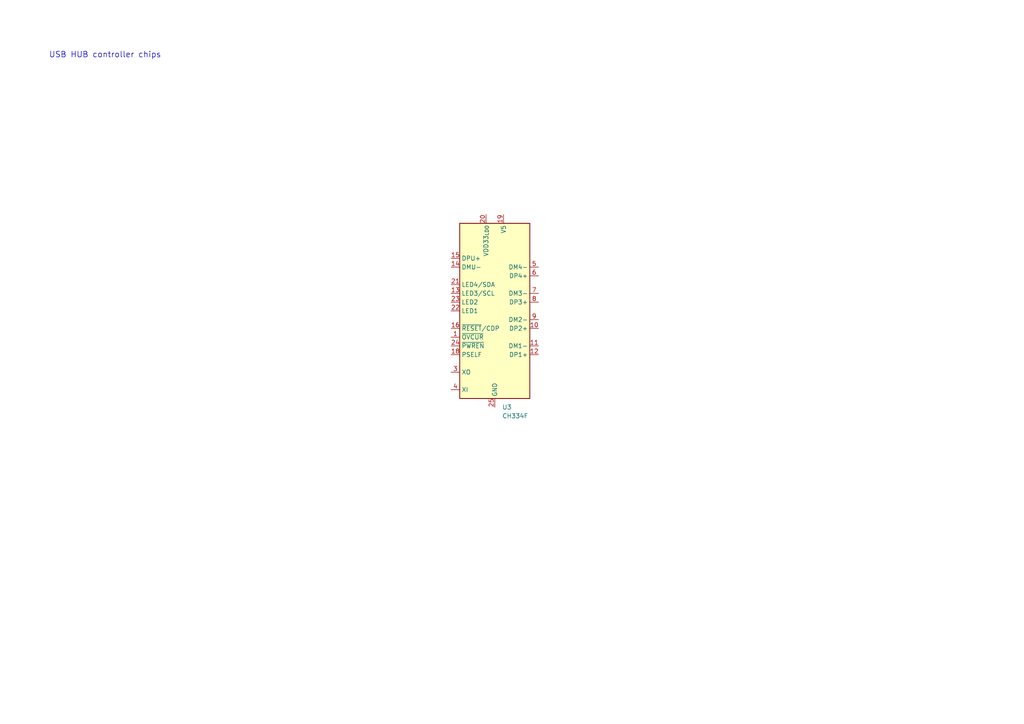
<source format=kicad_sch>
(kicad_sch (version 20250114) (generator "eeschema") (generator_version "9.0")
  (paper "A4")
  (lib_symbols
    (symbol "Interface_USB:CH334F"
      (property "Reference" "U" (at -7.62 27.94 0))
      (property "Value" "CH334F" (at 2.54 27.94 0))
      (symbol "CH334F_0_1"
        (rectangle (start -10.16 25.4) (end 10.16 -25.4) (stroke (width 0.254)) (fill (type background)))
      )
      (symbol "CH334F_1_1"
        (pin bidirectional line (at -12.7 15.24 0) (length 2.54) (name "DPU+") (number "15"))
        (pin bidirectional line (at -12.7 12.7 0) (length 2.54) (name "DMU-") (number "14"))
        (pin bidirectional line (at -12.7 7.62 0) (length 2.54) (name "LED4/SDA") (number "21"))
        (pin bidirectional line (at -12.7 5.08 0) (length 2.54) (name "LED3/SCL") (number "13"))
        (pin bidirectional line (at -12.7 2.54 0) (length 2.54) (name "LED2") (number "23"))
        (pin bidirectional line (at -12.7 0 0) (length 2.54) (name "LED1") (number "22"))
        (pin input line (at -12.7 -5.08 0) (length 2.54) (name "~{RESET}/CDP") (number "16"))
        (pin input line (at -12.7 -7.62 0) (length 2.54) (name "~{OVCUR}") (number "1"))
        (pin output line (at -12.7 -10.16 0) (length 2.54) (name "~{PWREN}") (number "24"))
        (pin input line (at -12.7 -12.7 0) (length 2.54) (name "PSELF") (number "18"))
        (pin passive line (at -12.7 -17.78 0) (length 2.54) (name "XO") (number "3"))
        (pin passive line (at -12.7 -22.86 0) (length 2.54) (name "XI") (number "4"))
        (pin power_out line (at -2.54 27.94 270) (length 2.54) (name "VDD33_{LDO}") (number "20"))
        (pin power_in line (at 0 -27.94 90) (length 2.54) (name "GND") (number "25"))
        (pin power_in line (at 2.54 27.94 270) (length 2.54) (name "V5") (number "19"))
        (pin no_connect line (at 10.16 -20.32 180) (length 2.54) (hide yes) (name "NC") (number "2"))
        (pin no_connect line (at 10.16 -22.86 180) (length 2.54) (hide yes) (name "NC") (number "17"))
        (pin bidirectional line (at 12.7 12.7 180) (length 2.54) (name "DM4-") (number "5"))
        (pin bidirectional line (at 12.7 10.16 180) (length 2.54) (name "DP4+") (number "6"))
        (pin bidirectional line (at 12.7 5.08 180) (length 2.54) (name "DM3-") (number "7"))
        (pin bidirectional line (at 12.7 2.54 180) (length 2.54) (name "DP3+") (number "8"))
        (pin bidirectional line (at 12.7 -2.54 180) (length 2.54) (name "DM2-") (number "9"))
        (pin bidirectional line (at 12.7 -5.08 180) (length 2.54) (name "DP2+") (number "10"))
        (pin bidirectional line (at 12.7 -10.16 180) (length 2.54) (name "DM1-") (number "11"))
        (pin bidirectional line (at 12.7 -12.7 180) (length 2.54) (name "DP1+") (number "12"))
      )
    )
  )
  (text "USB HUB controller chips" (at 30.48 16.002 0) (effects (font (size 1.651 1.651))))
  (symbol (lib_id "Interface_USB:CH334F") (at 143.51 90.17 0) (unit 1)
    (property "Reference" "U3" (at 145.6533 118.11 0) (effects (justify left)))
    (property "Value" "CH334F" (at 145.6533 120.65 0) (effects (justify left)))
    (property "Footprint" "Package_DFN_QFN:QFN-24-1EP_4x4mm_P0.5mm_EP2.7x2.7mm" (effects (hide yes)))
    (property "Datasheet" "https://www.wch-ic.com/downloads/file/327.html" (effects (hide yes)))
    (property "Description" "USB HUB controller, QFN-24" (effects (hide yes)))
  )
)
</source>
